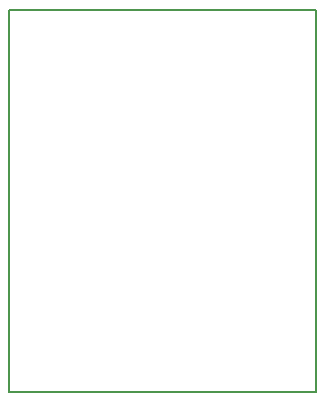
<source format=gbr>
G04 #@! TF.GenerationSoftware,KiCad,Pcbnew,5.1.2-f72e74a~84~ubuntu18.04.1*
G04 #@! TF.CreationDate,2019-05-28T19:28:17+02:00*
G04 #@! TF.ProjectId,OpenEMG2,4f70656e-454d-4473-922e-6b696361645f,rev?*
G04 #@! TF.SameCoordinates,Original*
G04 #@! TF.FileFunction,Profile,NP*
%FSLAX46Y46*%
G04 Gerber Fmt 4.6, Leading zero omitted, Abs format (unit mm)*
G04 Created by KiCad (PCBNEW 5.1.2-f72e74a~84~ubuntu18.04.1) date 2019-05-28 19:28:17*
%MOMM*%
%LPD*%
G04 APERTURE LIST*
%ADD10C,0.150000*%
G04 APERTURE END LIST*
D10*
X24130000Y-71755000D02*
X24130000Y-39370000D01*
X50165000Y-71755000D02*
X24130000Y-71755000D01*
X50165000Y-39370000D02*
X50165000Y-71755000D01*
X24130000Y-39370000D02*
X50165000Y-39370000D01*
M02*

</source>
